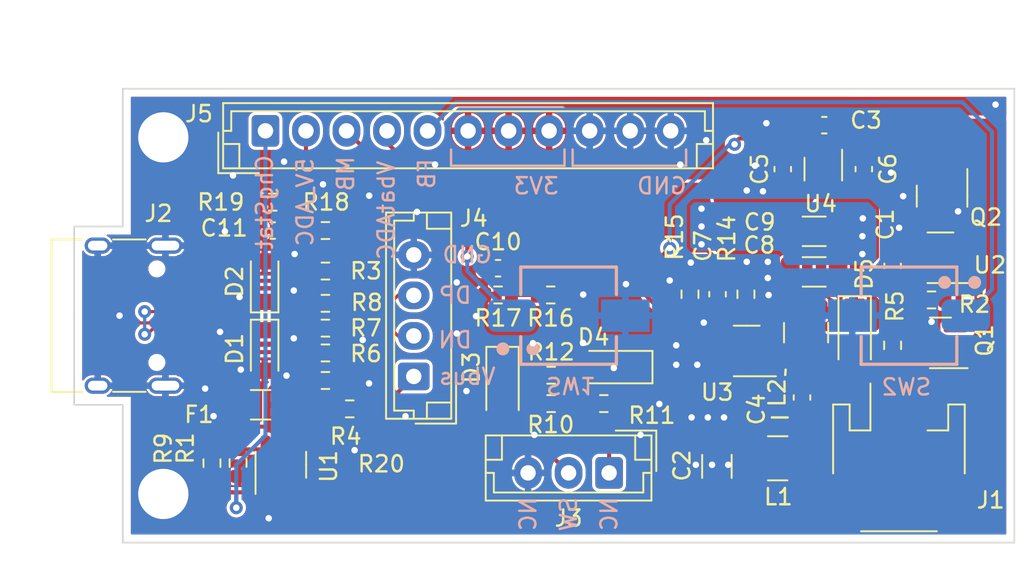
<source format=kicad_pcb>
(kicad_pcb (version 20211014) (generator pcbnew)
  (layers (0 "F.Cu" signal) (31 "B.Cu" signal) (34 "B.Paste" user) (35 "F.Paste" user) (36 "B.SilkS" user "B.Silkscreen") (37 "F.SilkS" user "F.Silkscreen") (38 "B.Mask" user) (39 "F.Mask" user) (44 "Edge.Cuts" user))
  (net 0 "")
  (net 1 "Net-(C1-Pad1)")
  (net 2 "GND")
  (net 3 "/VBat+")
  (net 4 "/U3_SW")
  (net 5 "/U3_L2")
  (net 6 "Net-(C5-Pad1)")
  (net 7 "/3V3_Vcc")
  (net 8 "/VBat+_ADC")
  (net 9 "+5V")
  (net 10 "Net-(F1-Pad2)")
  (net 11 "/SwitchEn")
  (net 12 "/ModButton")
  (net 13 "/FunctionButton")
  (net 14 "Net-(Q1-Pad1)")
  (net 15 "/VBat-")
  (net 16 "Net-(R1-Pad2)")
  (net 17 "Net-(J2-PadA5)")
  (net 18 "Net-(J2-PadB5)")
  (net 19 "Net-(D3-Pad1)")
  (net 20 "Net-(D4-Pad1)")
  (net 23 "/+5V_ADC")
  (net 24 "/ChgStat")
  (net 25 "/C_D-")
  (net 26 "/C_D+")
  (net 27 "/D-")
  (net 28 "/D+")
  (net 29 "/NC")
  (net 30 "Net-(J4-Pad1)")
  (net 31 "/U3_FB")
  (net 33 "/U2_OD")
  (net 34 "/U2_OC")
  (net 35 "/U2_CS")
  (footprint "Resistor_SMD:R_0603_1608Metric" (layer "F.Cu") (at 81.75 93 180)
    (fp_text reference "R19")
    (fp_text value "100k")
  )
  (footprint "Resistor_SMD:R_0603_1608Metric" (layer "F.Cu") (at 85 100.77 180)
    (fp_text reference "R7")
    (fp_text value "75R")
  )
  (footprint "Connector_USB:USB_C_Receptacle_HRO_TYPE-C-31-M-12" (layer "F.Cu") (at 72 100 -90)
    (fp_text reference "J2")
    (fp_text value "USB_C_Receptacle_USB2.0")
  )
  (footprint "Resistor_SMD:R_0603_1608Metric" (layer "F.Cu") (at 79.61 109.09 90)
    (fp_text reference "R1")
    (fp_text value "3k")
  )
  (footprint "Inductor_SMD:L_1210_3225Metric" (layer "F.Cu") (at 114.65 101.05 -90)
    (fp_text reference "L2")
    (fp_text value "6.8uH")
  )
  (footprint "Connector_JST:JST_EH_B3B-EH-A_1x03_P2.50mm_Vertical" (layer "F.Cu") (at 102.5 109.7 180)
    (fp_text reference "J3")
    (fp_text value "Conn_01x03")
  )
  (footprint "Resistor_SMD:R_0603_1608Metric" (layer "F.Cu") (at 95.65 98.725 180)
    (fp_text reference "R17")
    (fp_text value "100k")
  )
  (footprint "Resistor_SMD:R_0603_1608Metric" (layer "F.Cu") (at 98.925 105.425)
    (fp_text reference "R10")
    (fp_text value "10k")
  )
  (footprint "Resistor_SMD:R_0603_1608Metric" (layer "F.Cu") (at 78 109.1 90)
    (fp_text reference "R9")
    (fp_text value "10k")
  )
  (footprint "Diode_SMD:D_SOD-123" (layer "F.Cu") (at 117.65 101.05 -90)
    (fp_text reference "D5")
    (fp_text value "D_Schottky")
  )
  (footprint "Diode_SMD:D_SOD-123" (layer "F.Cu") (at 102.925 103.175 180)
    (fp_text reference "D4")
    (fp_text value "D_Schottky")
  )
  (footprint "Resistor_SMD:R_0603_1608Metric" (layer "F.Cu") (at 85 104 180)
    (fp_text reference "R4")
    (fp_text value "5.1k")
  )
  (footprint "Resistor_SMD:R_0603_1608Metric" (layer "F.Cu") (at 107.49 98.68 -90)
    (fp_text reference "R15")
    (fp_text value "10k")
  )
  (footprint "Capacitor_SMD:C_0603_1608Metric" (layer "F.Cu") (at 115.775 88.25 180)
    (fp_text reference "C3")
    (fp_text value "1uF")
  )
  (footprint "Resistor_SMD:R_0603_1608Metric" (layer "F.Cu") (at 85 94.75 180)
    (fp_text reference "R18")
    (fp_text value "470k")
  )
  (footprint "Package_TO_SOT_SMD:SOT-23-5" (layer "F.Cu") (at 110.99 102.18 180)
    (fp_text reference "U3")
    (fp_text value "LMR62421XMF")
  )
  (footprint "Resistor_SMD:R_0603_1608Metric" (layer "F.Cu") (at 85 102.3)
    (fp_text reference "R6")
    (fp_text value "1.5k")
  )
  (footprint "Package_TO_SOT_SMD:SOT-23-5" (layer "F.Cu") (at 82.25 109.2 90)
    (fp_text reference "U1")
    (fp_text value "MCP73831-5-OT")
  )
  (footprint "Capacitor_SMD:C_0603_1608Metric" (layer "F.Cu") (at 95.65 97.075 180)
    (fp_text reference "C10")
    (fp_text value "33pF")
  )
  (footprint "Resistor_SMD:R_0603_1608Metric" (layer "F.Cu") (at 86.5 105.75 180)
    (fp_text reference "R20")
    (fp_text value "10k")
  )
  (footprint "Package_TO_SOT_SMD:SOT-23" (layer "F.Cu") (at 122.94 101.68 180)
    (fp_text reference "Q1")
    (fp_text value "Q_NMOS_GSD")
  )
  (footprint "Package_TO_SOT_SMD:SOT-23-6" (layer "F.Cu") (at 122.94 96.43 180)
    (fp_text reference "U2")
    (fp_text value "DW01")
  )
  (footprint "Connector_JST:JST_EH_B4B-EH-A_1x04_P2.50mm_Vertical" (layer "F.Cu") (at 90.45 103.75 90)
    (fp_text reference "J4")
    (fp_text value "Conn_01x04")
  )
  (footprint "Capacitor_SMD:C_1206_3216Metric" (layer "F.Cu") (at 115.15 94.8)
    (fp_text reference "C9")
    (fp_text value "47uF")
  )
  (footprint "Capacitor_SMD:C_0603_1608Metric" (layer "F.Cu") (at 113.2125 90.9625 90)
    (fp_text reference "C5")
    (fp_text value "10nF")
  )
  (footprint "Resistor_SMD:R_0603_1608Metric" (layer "F.Cu") (at 102.175 105.425 180)
    (fp_text reference "R11")
    (fp_text value "10k")
  )
  (footprint "Capacitor_SMD:C_1206_3216Metric" (layer "F.Cu") (at 115.15 97.3)
    (fp_text reference "C8")
    (fp_text value "47uF")
  )
  (footprint "Resistor_SMD:R_0603_1608Metric" (layer "F.Cu") (at 85 99.24 180)
    (fp_text reference "R8")
    (fp_text value "75R")
  )
  (footprint "Package_TO_SOT_SMD:SOT-353_SC-70-5" (layer "F.Cu") (at 115.7125 90.9625 -90)
    (fp_text reference "U4")
    (fp_text value "LDK130-33_SOT23_SOT353")
  )
  (footprint "Capacitor_SMD:C_0603_1608Metric" (layer "F.Cu") (at 114.4 105.05 90)
    (fp_text reference "C4")
    (fp_text value "10uF")
  )
  (footprint "Capacitor_SMD:C_0603_1608Metric" (layer "F.Cu") (at 109.19 98.68 -90)
    (fp_text reference "C7")
    (fp_text value "33pF")
  )
  (footprint "Capacitor_SMD:C_0603_1608Metric" (layer "F.Cu") (at 81.75 94.75 180)
    (fp_text reference "C11")
    (fp_text value "33pF")
  )
  (footprint "Capacitor_SMD:C_0603_1608Metric" (layer "F.Cu") (at 119.99 96.93 -90)
    (fp_text reference "C1")
    (fp_text value "100nF")
  )
  (footprint "Capacitor_SMD:C_0603_1608Metric" (layer "F.Cu") (at 118.2125 90.9625 90)
    (fp_text reference "C6")
    (fp_text value "1uF")
  )
  (footprint "Diode_SMD:D_SOD-123" (layer "F.Cu") (at 95.925 104.175 -90)
    (fp_text reference "D3")
    (fp_text value "D_Schottky")
  )
  (footprint "Resistor_SMD:R_0603_1608Metric" (layer "F.Cu") (at 119.99 101.83 -90)
    (fp_text reference "R5")
    (fp_text value "330R")
  )
  (footprint "Capacitor_SMD:C_1206_3216Metric" (layer "F.Cu") (at 109.15 109.3 -90)
    (fp_text reference "C2")
    (fp_text value "47uF")
  )
  (footprint "Resistor_SMD:R_0603_1608Metric" (layer "F.Cu") (at 98.925 103.675)
    (fp_text reference "R12")
    (fp_text value "10k")
  )
  (footprint "Resistor_SMD:R_0603_1608Metric" (layer "F.Cu") (at 122.39 99.03 180)
    (fp_text reference "R2")
    (fp_text value "1k")
  )
  (footprint "Fuse:Fuse_1206_3216Metric" (layer "F.Cu") (at 81 105.5 180)
    (fp_text reference "F1")
    (fp_text value "500mA")
  )
  (footprint "Resistor_SMD:R_0603_1608Metric" (layer "F.Cu") (at 85 97.25 180)
    (fp_text reference "R3")
    (fp_text value "5.1k")
  )
  (footprint "Resistor_SMD:R_0603_1608Metric" (layer "F.Cu") (at 110.94 98.68 -90)
    (fp_text reference "R14")
    (fp_text value "16k")
  )
  (footprint "Connector_JST:JST_PH_S2B-PH-SM4-TB_1x02-1MP_P2.00mm_Horizontal" (layer "F.Cu") (at 120.38 108.790303)
    (fp_text reference "J1")
    (fp_text value "Conn_01x02_Female")
  )
  (footprint "Diode_SMD:D_SOD-323_HandSoldering" (layer "F.Cu") (at 81.25 102.15 -90)
    (fp_text reference "D1")
    (fp_text value "3.6v")
  )
  (footprint "Package_TO_SOT_SMD:SOT-23" (layer "F.Cu") (at 123.04 92.63 -90)
    (fp_text reference "Q2")
    (fp_text value "Q_NMOS_GSD")
  )
  (footprint "Inductor_SMD:L_1210_3225Metric" (layer "F.Cu") (at 112.9 108.8)
    (fp_text reference "L1")
    (fp_text value "6.8uH")
  )
  (footprint "Connector_JST:JST_EH_B11B-EH-A_1x11_P2.50mm_Vertical" (layer "F.Cu") (at 81.3 88.6)
    (fp_text reference "J5")
    (fp_text value "Conn_01x11")
  )
  (footprint "Diode_SMD:D_SOD-323_HandSoldering" (layer "F.Cu") (at 81.25 97.9 90)
    (fp_text reference "D2")
    (fp_text value "3.6v")
  )
  (footprint "Resistor_SMD:R_0603_1608Metric" (layer "F.Cu") (at 98.9 98.725 180)
    (fp_text reference "R16")
    (fp_text value "470k")
  )
  (footprint "TheKNOBFootprintLibrary:ALPS_SKPM" (layer "B.Cu") (at 100 100)
    (fp_text reference "SW1")
    (fp_text value "SW_Push")
  )
  (footprint "TheKNOBFootprintLibrary:ALPS_SKPM" (layer "B.Cu") (at 121 100 180)
    (fp_text reference "SW2")
    (fp_text value "SW_Push")
  )
  (gr_line (start 92.75 89.75) (end 92.75 90.75) (layer "B.SilkS") (width 0.15))
  (gr_line (start 100.25 90.75) (end 107.25 90.75) (layer "B.SilkS") (width 0.15))
  (gr_line (start 92.75 90.75) (end 99.75 90.75) (layer "B.SilkS") (width 0.15))
  (gr_line (start 100.25 89.75) (end 100.25 90.75) (layer "B.SilkS") (width 0.15))
  (gr_line (start 107.25 90.75) (end 107.25 89.75) (layer "B.SilkS") (width 0.15))
  (gr_line (start 99.75 90.75) (end 99.75 89.75) (layer "B.SilkS") (width 0.15))
  (gr_line (start 113.515 106.28) (end 112.54 106.28) (layer "F.SilkS") (width 0.15))
  (gr_line (start 113.39 103.33) (end 113.365 103.655) (layer "F.SilkS") (width 0.15))
  (gr_line (start 69.5 105.5) (end 69.5 100) (layer "Edge.Cuts") (width 0.1))
  (gr_line (start 72.5 94.5) (end 72.5 86) (layer "Edge.Cuts") (width 0.1))
  (gr_line (start 72.5 114) (end 72.5 105.5) (layer "Edge.Cuts") (width 0.1))
  (gr_line (start 69.5 94.5) (end 72.5 94.5) (layer "Edge.Cuts") (width 0.1))
  (gr_line (start 127.5 86) (end 127.5 114) (layer "Edge.Cuts") (width 0.1))
  (gr_line (start 127.5 114) (end 72.5 114) (layer "Edge.Cuts") (width 0.1))
  (gr_line (start 72.5 105.5) (end 69.5 105.5) (layer "Edge.Cuts") (width 0.1))
  (gr_line (start 72.5 86) (end 127.5 86) (layer "Edge.Cuts") (width 0.1))
  (gr_line (start 69.5 100) (end 69.5 94.5) (layer "Edge.Cuts") (width 0.1))
  (gr_text "VbatADC" (at 88.75 93.5 90) (layer "B.SilkS") (effects (font (size 1 1)) (justify mirror)))
  (gr_text "GND" (at 105.75 92) (layer "B.SilkS") (effects (font (size 1 1)) (justify mirror)))
  (gr_text "Vbus" (at 93.75 103.75) (layer "B.SilkS") (effects (font (size 1 1)) (justify mirror)))
  (gr_text "NC" (at 97.5 112.25 90) (layer "B.SilkS") (effects (font (size 1 1)) (justify mirror)))
  (gr_text "GND" (at 93.75 96.25) (layer "B.SilkS") (effects (font (size 1 1)) (justify mirror)))
  (gr_text "DN" (at 93 101.5) (layer "B.SilkS") (effects (font (size 1 1)) (justify mirror)))
  (gr_text "MB" (at 86.25 91.25 90) (layer "B.SilkS") (effects (font (size 1 1)) (justify mirror)))
  (gr_text "5V_ADC" (at 83.75 93 90) (layer "B.SilkS") (effects (font (size 1 1)) (justify mirror)))
  (gr_text "SW" (at 100 112.25 90) (layer "B.SilkS") (effects (font (size 1 1)) (justify mirror)))
  (gr_text "ChgStat" (at 81.25 93 90) (layer "B.SilkS") (effects (font (size 1 1)) (justify mirror)))
  (gr_text "NC" (at 102.5 112.25 90) (layer "B.SilkS") (effects (font (size 1 1)) (justify mirror)))
  (gr_text "FB" (at 91.25 91.25 90) (layer "B.SilkS") (effects (font (size 1 1)) (justify mirror)))
  (gr_text "3V3" (at 98 92) (layer "B.SilkS") (effects (font (size 1 1)) (justify mirror)))
  (gr_text "DP" (at 93 98.75) (layer "B.SilkS") (effects (font (size 1 1)) (justify mirror)))
  (segment (start 119.11548 98.40548) (end 119.11548 97.02952) (width 0.4) (layer "F.Cu") (net 1))
  (segment (start 120.265 96.43) (end 119.99 96.155) (width 0.4) (layer "F.Cu") (net 1))
  (segment (start 121.8025 96.43) (end 120.265 96.43) (width 0.4) (layer "F.Cu") (net 1))
  (segment (start 119.99 101.005) (end 119.99 99.28) (width 0.4) (layer "F.Cu") (net 1))
  (segment (start 119.11548 97.02952) (end 119.99 96.155) (width 0.4) (layer "F.Cu") (net 1))
  (segment (start 119.99 99.28) (end 119.11548 98.40548) (width 0.4) (layer "F.Cu") (net 1))
  (segment (start 115.7125 90.0125) (end 115.7125 91.0625) (width 0.25) (layer "F.Cu") (net 2))
  (segment (start 94.825 97.125) (end 94.875 97.075) (width 0.25) (layer "F.Cu") (net 2))
  (segment (start 114.2125 91.0625) (end 116.5275 91.0625) (width 0.25) (layer "F.Cu") (net 2))
  (segment (start 121.565 99.03) (end 121.565 99.555) (width 0.25) (layer "F.Cu") (net 2))
  (segment (start 94.825 98.725) (end 94.825 97.125) (width 0.25) (layer "F.Cu") (net 2))
  (segment (start 113.2125 90.1875) (end 113.3375 90.1875) (width 0.25) (layer "F.Cu") (net 2))
  (segment (start 117.4025 90.1875) (end 118.2125 90.1875) (width 0.25) (layer "F.Cu") (net 2))
  (segment (start 123.04 93.5675) (end 124.0275 93.5675) (width 0.25) (layer "F.Cu") (net 2))
  (segment (start 81.15 96.75) (end 81.25 96.65) (width 0.25) (layer "F.Cu") (net 2))
  (segment (start 121.565 99.555) (end 122.39 100.38) (width 0.25) (layer "F.Cu") (net 2))
  (segment (start 116.5275 91.0625) (end 117.4025 90.1875) (width 0.25) (layer "F.Cu") (net 2))
  (segment (start 113.3375 90.1875) (end 114.2125 91.0625) (width 0.25) (layer "F.Cu") (net 2))
  (segment (start 76.045 96.75) (end 81.15 96.75) (width 0.25) (layer "F.Cu") (net 2))
  (via (at 78.5 101) (size 0.8) (drill 0.4) (layers "F.Cu" "B.Cu") (net 2))
  (via (at 112.29 96.68) (size 0.8) (drill 0.4) (layers "F.Cu" "B.Cu") (net 2))
  (via (at 72.3 100) (size 0.8) (drill 0.4) (layers "F.Cu" "B.Cu") (net 2))
  (via (at 109.85 109.2) (size 0.8) (drill 0.4) (layers "F.Cu" "B.Cu") (net 2))
  (via (at 122.39 100.38) (size 0.8) (drill 0.4) (layers "F.Cu" "B.Cu") (net 2))
  (via (at 93.7 104.65) (size 0.8) (drill 0.4) (layers "F.Cu" "B.Cu") (net 2))
  (via (at 79.7 98.85) (size 0.8) (drill 0.4) (layers "F.Cu" "B.Cu") (net 2))
  (via (at 90.65 93.6) (size 0.8) (drill 0.4) (layers "F.Cu" "B.Cu") (net 2))
  (via (at 100.9 98.7) (size 0.8) (drill 0.4) (layers "F.Cu" "B.Cu") (net 2))
  (via (at 79.78 103.33) (size 0.8) (drill 0.4) (layers "F.Cu" "B.Cu") (net 2))
  (via (at 106.64 103.03) (size 0.8) (drill 0.4) (layers "F.Cu" "B.Cu") (net 2))
  (via (at 126.34 86.98) (size 0.8) (drill 0.4) (layers "F.Cu" "B.Cu") (net 2))
  (via (at 78.8 94.8) (size 0.8) (drill 0.4) (layers "F.Cu" "B.Cu") (net 2))
  (via (at 108.49 89.18) (size 0.8) (drill 0.4) (layers "F.Cu" "B.Cu") (net 2))
  (via (at 124.0275 93.5675) (size 0.8) (drill 0.4) (layers "F.Cu" "B.Cu") (net 2))
  (via (at 93.1 101.1) (size 0.8) (drill 0.4) (layers "F.Cu" "B.Cu") (net 2))
  (via (at 106.64 101.83) (size 0.8) (drill 0.4) (layers "F.Cu" "B.Cu") (net 2))
  (via (at 77.58 104.5) (size 0.8) (drill 0.4) (layers "F.Cu" "B.Cu") (net 2))
  (via (at 84.85 91.9) (size 0.8) (drill 0.4) (layers "F.Cu" "B.Cu") (net 2))
  (via (at 120.39 94.58) (size 0.8) (drill 0.4) (layers "F.Cu" "B.Cu") (net 2))
  (via (at 109.59 106.28) (size 0.8) (drill 0.4) (layers "F.Cu" "B.Cu") (net 2))
  (via (at 87.3 101.5) (size 0.8) (drill 0.4) (layers "F.Cu" "B.Cu") (net 2))
  (via (at 107.54 96.73) (size 0.8) (drill 0.4) (layers "F.Cu" "B.Cu") (net 2))
  (via (at 112.29 97.68) (size 0.8) (drill 0.4) (layers "F.Cu" "B.Cu") (net 2))
  (via (at 91.765 90.68) (size 0.8) (drill 0.4) (layers "F.Cu" "B.Cu") (net 2))
  (via (at 111.99 92.33) (size 0.8) (drill 0.4) (layers "F.Cu" "B.Cu") (net 2))
  (via (at 87.7 92.6) (size 0.8) (drill 0.4) (layers "F.Cu" "B.Cu") (net 2))
  (via (at 93.1 97.95) (size 0.8) (drill 0.4) (layers "F.Cu" "B.Cu") (net 2))
  (via (at 79.3 91.35) (size 0.8) (drill 0.4) (layers "F.Cu" "B.Cu") (net 2))
  (via (at 87.69 104.18) (size 0.8) (drill 0.4) (layers "F.Cu" "B.Cu") (net 2))
  (via (at 112.2 88.13) (size 0.8) (drill 0.4) (layers "F.Cu" "B.Cu") (net 2))
  (via (at 100.89 101.68) (size 0.8) (drill 0.4) (layers "F.Cu" "B.Cu") (net 2))
  (via (at 75 89) (size 3.7) (drill 3.1) (layers "F.Cu" "B.Cu") (net 2))
  (via (at 110.99 96.68) (size 0.8) (drill 0.4) (layers "F.Cu" "B.Cu") (net 2))
  (via (at 97.89 107.355) (size 0.8) (drill 0.4) (layers "F.Cu" "B.Cu") (net 2))
  (via (at 83.1 96.2) (size 0.8) (drill 0.4) (layers "F.Cu" "B.Cu") (net 2))
  (via (at 86.8 108.3) (size 0.8) (drill 0.4) (layers "F.Cu" "B.Cu") (net 2))
  (via (at 103.54 98.055) (size 0.8) (drill 0.4) (layers "F.Cu" "B.Cu") (net 2))
  (via (at 112.34 98.73) (size 0.8) (drill 0.4) (layers "F.Cu" "B.Cu") (net 2))
  (via (at 108.59 106.28) (size 0.8) (drill 0.4) (layers "F.Cu" "B.Cu") (net 2))
  (via (at 111.5 90.75) (size 0.8) (drill 0.4) (layers "F.Cu" "B.Cu") (net 2))
  (via (at 75 111) (size 3.7) (drill 3.1) (layers "F.Cu" "B.Cu") (net 2))
  (via (at 94.29 100.03) (size 0.8) (drill 0.4) (layers "F.Cu" "B.Cu") (net 2))
  (via (at 108.85 109.2) (size 0.8) (drill 0.4) (layers "F.Cu" "B.Cu") (net 2))
  (via (at 107.94 103.03) (size 0.8) (drill 0.4) (layers "F.Cu" "B.Cu") (net 2))
  (via (at 108.34 100.43) (size 0.8) (drill 0.4) (layers "F.Cu" "B.Cu") (net 2))
  (via (at 106.24 97.83) (size 0.8) (drill 0.4) (layers "F.Cu" "B.Cu") (net 2))
  (via (at 89.94 106.205) (size 0.8) (drill 0.4) (layers "F.Cu" "B.Cu") (net 2))
  (via (at 82.45 90.5) (size 0.8) (drill 0.4) (layers "F.Cu" "B.Cu") (net 2))
  (via (at 110.99 92.28) (size 0.8) (drill 0.4) (layers "F.Cu" "B.Cu") (net 2))
  (via (at 119.89 91.18) (size 0.8) (drill 0.4) (layers "F.Cu" "B.Cu") (net 2))
  (via (at 83.05 101.4) (size 0.8) (drill 0.4) (layers "F.Cu" "B.Cu") (net 2))
  (via (at 106.89 90.68) (size 0.8) (drill 0.4) (layers "F.Cu" "B.Cu") (net 2))
  (via (at 83.05 98.45) (size 0.8) (drill 0.4) (layers "F.Cu" "B.Cu") (net 2))
  (via (at 102.79 103.23) (size 0.8) (drill 0.4) (layers "F.Cu" "B.Cu") (net 2))
  (via (at 82.6 103.7) (size 0.8) (drill 0.4) (layers "F.Cu" "B.Cu") (net 2))
  (via (at 120.64 92.63) (size 0.8) (drill 0.4) (layers "F.Cu" "B.Cu") (net 2))
  (via (at 81.5 112.5) (size 0.8) (drill 0.4) (layers "F.Cu" "B.Cu") (net 2))
  (via (at 97.8 101.7) (size 0.8) (drill 0.4) (layers "F.Cu" "B.Cu") (net 2))
  (via (at 105.6 105.45) (size 0.8) (drill 0.4) (layers "F.Cu" "B.Cu") (net 2))
  (via (at 107.85 109.2) (size 0.8) (drill 0.4) (layers "F.Cu" "B.Cu") (net 2))
  (via (at 107.59 106.28) (size 0.8) (drill 0.4) (layers "F.Cu" "B.Cu") (net 2))
  (via (at 104.44 107.355) (size 0.8) (drill 0.4) (layers "F.Cu" "B.Cu") (net 2))
  (via (at 78.1 106.2) (size 0.8) (drill 0.4) (layers "F.Cu" "B.Cu") (net 2))
  (segment (start 99.725 98.725) (end 99.725 99.545) (width 0.2) (layer "F.Cu") (net 3))
  (segment (start 100.775 103.675) (end 101.275 103.175) (width 0.25) (layer "F.Cu") (net 3))
  (segment (start 101.275 103.175) (end 102.1 104) (width 0.25) (layer "F.Cu") (net 3))
  (segment (start 119.38 103.265) (end 119.99 102.655) (width 0.4) (layer "F.Cu") (net 3))
  (segment (start 102.1 104) (end 102.1 106.7) (width 0.25) (layer "F.Cu") (net 3))
  (segment (start 99.75 103.675) (end 100.775 103.675) (width 0.25) (layer "F.Cu") (net 3))
  (segment (start 101.275 103.175) (end 101.275 103.065) (width 0.2) (layer "F.Cu") (net 3))
  (segment (start 102.1 106.7) (end 104.1 108.7) (width 0.25) (layer "F.Cu") (net 3))
  (segment (start 104.1 108.7) (end 104.1 110.7) (width 0.25) (layer "F.Cu") (net 3))
  (segment (start 99.75 103.675) (end 99.75 99.57) (width 0.25) (layer "F.Cu") (net 3))
  (segment (start 119.38 105.940303) (end 119.38 103.265) (width 0.4) (layer "F.Cu") (net 3))
  (segment (start 113.4875 91.9125) (end 115.0625 91.9125) (width 0.25) (layer "F.Cu") (net 6))
  (segment (start 113.2125 91.7375) (end 113.4375 91.9625) (width 0.25) (layer "F.Cu") (net 6))
  (segment (start 113.4375 91.9625) (end 113.4875 91.9125) (width 0.25) (layer "F.Cu") (net 6))
  (segment (start 116.3625 91.9125) (end 118.0375 91.9125) (width 0.5) (layer "F.Cu") (net 7))
  (segment (start 109.19 97.905) (end 109.19 96.59) (width 0.25) (layer "F.Cu") (net 7))
  (segment (start 108.15 95.65) (end 108.2 95.6) (width 0.25) (layer "F.Cu") (net 7))
  (segment (start 110.89 97.905) (end 110.94 97.855) (width 0.25) (layer "F.Cu") (net 7))
  (segment (start 109.19 96.59) (end 108.2 95.6) (width 0.25) (layer "F.Cu") (net 7))
  (segment (start 109.19 97.905) (end 110.89 97.905) (width 0.25) (layer "F.Cu") (net 7))
  (segment (start 118.0375 91.9125) (end 118.2125 91.7375) (width 0.5) (layer "F.Cu") (net 7))
  (via (at 118.15 94) (size 0.8) (drill 0.4) (layers "F.Cu" "B.Cu") (net 7))
  (via (at 118.125 95.1) (size 0.8) (drill 0.4) (layers "F.Cu" "B.Cu") (net 7))
  (via (at 108.2 93.4) (size 0.8) (drill 0.4) (layers "F.Cu" "B.Cu") (net 7))
  (via (at 108.2 94.5) (size 0.8) (drill 0.4) (layers "F.Cu" "B.Cu") (net 7))
  (via (at 108.2 95.6) (size 0.8) (drill 0.4) (layers "F.Cu" "B.Cu") (net 7))
  (via (at 118.125 96.2) (size 0.8) (drill 0.4) (layers "F.Cu" "B.Cu") (net 7))
  (segment (start 96.425 96.960718) (end 96.425 97.075) (width 0.25) (layer "F.Cu") (net 8))
  (segment (start 96.475 97.125) (end 96.425 97.075) (width 0.25) (layer "F.Cu") (net 8))
  (segment (start 98.075 98.725) (end 96.475 98.725) (width 0.25) (layer "F.Cu") (net 8))
  (segment (start 96.475 98.725) (end 96.475 97.125) (width 0.25) (layer "F.Cu") (net 8))
  (segment (start 88.8 88.6) (end 88.8 89.335718) (width 0.25) (layer "F.Cu") (net 8))
  (segment (start 88.8 89.335718) (end 96.425 96.960718) (width 0.25) (layer "F.Cu") (net 8))
  (segment (start 83.2 108) (end 82.05 106.85) (width 0.25) (layer "F.Cu") (net 9))
  (segment (start 94.875 105.825) (end 93.7 107) (width 0.25) (layer "F.Cu") (net 9))
  (segment (start 85.825 102.25) (end 85.825 104) (width 0.35) (layer "F.Cu") (net 9))
  (segment (start 85.825 97.25) (end 85.825 94.75) (width 0.35) (layer "F.Cu") (net 9))
  (segment (start 85.675 105.75) (end 85.675 106.175) (width 0.25) (layer "F.Cu") (net 9))
  (segment (start 85.825 104) (end 85.825 105.025) (width 0.35) (layer "F.Cu") (net 9))
  (segment (start 86.5 107) (end 93.7 107) (width 0.25) (layer "F.Cu") (net 9))
  (segment (start 85.825 102.25) (end 85 101.425) (width 0.35) (layer "F.Cu") (net 9))
  (segment (start 78.3125 108.0625) (end 78.1 108.275) (width 0.25) (layer "F.Cu") (net 9))
  (segment (start 85 98.075) (end 85.825 97.25) (width 0.35) (layer "F.Cu") (net 9))
  (segment (start 82.05 106.85) (end 79.425 106.85) (width 0.25) (layer "F.Cu") (net 9))
  (segment (start 79.425 106.85) (end 78 108.275) (width 0.25) (layer "F.Cu") (net 9))
  (segment (start 95.925 105.825) (end 94.875 105.825) (width 0.25) (layer "F.Cu") (net 9))
  (segment (start 85 101.425) (end 85 98.075) (width 0.35) (layer "F.Cu") (net 9))
  (segment (start 85.825 105.025) (end 85.35 105.5) (width 0.35) (layer "F.Cu") (net 9))
  (segment (start 85.35 105.5) (end 82.4 105.5) (width 0.35) (layer "F.Cu") (net 9))
  (segment (start 85.675 106.175) (end 86.5 107) (width 0.25) (layer "F.Cu") (net 9))
  (segment (start 83.2 108.0625) (end 83.2 108) (width 0.25) (layer "F.Cu") (net 9))
  (segment (start 79.6 104.74) (end 79.6 105.5) (width 0.35) (layer "F.Cu") (net 10))
  (segment (start 71.4 98.2) (end 71.7 97.9) (width 0.35) (layer "F.Cu") (net 10))
  (segment (start 74.8 102.1) (end 71.9 102.1) (width 0.35) (layer "F.Cu") (net 10))
  (segment (start 76.045 102.45) (end 75.15 102.45) (width 0.35) (layer "F.Cu") (net 10))
  (segment (start 79.6 105.5) (end 79.45 105.5) (width 0.35) (layer "F.Cu") (net 10))
  (segment (start 77.31 102.45) (end 79.6 104.74) (width 0.35) (layer "F.Cu") (net 10))
  (segment (start 74.945489 97.725489) (end 75.17 97.725489) (width 0.35) (layer "F.Cu") (net 10))
  (segment (start 79.45 105.5) (end 79.35 105.4) (width 0.35) (layer "F.Cu") (net 10))
  (segment (start 75.15 102.45) (end 74.8 102.1) (width 0.35) (layer "F.Cu") (net 10))
  (segment (start 75.345489 97.55) (end 76.045 97.55) (width 0.35) (layer "F.Cu") (net 10))
  (segment (start 71.7 97.9) (end 74.945489 97.9) (width 0.35) (layer "F.Cu") (net 10))
  (segment (start 71.9 102.1) (end 71.4 101.6) (width 0.35) (layer "F.Cu") (net 10))
  (segment (start 75.17 97.725489) (end 75.345489 97.55) (width 0.35) (layer "F.Cu") (net 10))
  (segment (start 71.4 101.6) (end 71.4 98.2) (width 0.35) (layer "F.Cu") (net 10))
  (segment (start 74.945489 97.9) (end 74.945489 97.725489) (width 0.35) (layer "F.Cu") (net 10))
  (segment (start 76.045 102.45) (end 77.31 102.45) (width 0.35) (layer "F.Cu") (net 10))
  (segment (start 98.9 97.22) (end 98.9 108.6) (width 0.25) (layer "F.Cu") (net 11))
  (segment (start 113.8 89.075) (end 110.525 89.075) (width 0.25) (layer "F.Cu") (net 11))
  (segment (start 105.19 96.88) (end 104.795 97.275) (width 0.25) (layer "F.Cu") (net 11))
  (segment (start 109.8525 101.1425) (end 109.8525 101.23) (width 0.25) (layer "F.Cu") (net 11))
  (segment (start 114.125 89.075) (end 113.8 89.075) (width 0.25) (layer "F.Cu") (net 11))
  (segment (start 104.84 96.53) (end 105.19 96.88) (width 0.25) (layer "F.Cu") (net 11))
  (segment (start 98.9 108.6) (end 100 109.7) (width 0.25) (layer "F.Cu") (net 11))
  (segment (start 107.24 101.23) (end 109.8525 101.23) (width 0.25) (layer "F.Cu") (net 11))
  (segment (start 115.0625 90.0125) (end 114.125 89.075) (width 0.25) (layer "F.Cu") (net 11))
  (segment (start 106.24 95.83) (end 105.19 96.88) (width 0.25) (layer "F.Cu") (net 11))
  (segment (start 99.59 96.53) (end 104.84 96.53) (width 0.25) (layer "F.Cu") (net 11))
  (segment (start 104.795 98.785) (end 107.24 101.23) (width 0.25) (layer "F.Cu") (net 11))
  (segment (start 104.795 97.275) (end 104.795 98.785) (width 0.25) (layer "F.Cu") (net 11))
  (segment (start 106.24 95.83) (end 106.24 96.08) (width 0.25) (layer "F.Cu") (net 11))
  (segment (start 110.525 89.075) (end 110.15 89.45) (width 0.25) (layer "F.Cu") (net 11))
  (segment (start 99.59 96.53) (end 98.9 97.22) (width 0.25) (layer "F.Cu") (net 11))
  (via (at 106.24 95.83) (size 0.8) (drill 0.4) (layers "F.Cu" "B.Cu") (net 11))
  (via (at 110.24 89.43) (size 0.8) (drill 0.4) (layers "F.Cu" "B.Cu") (net 11))
  (segment (start 109.94 89.43) (end 110.24 89.43) (width 0.25) (layer "B.Cu") (net 11))
  (segment (start 106.24 95.83) (end 106.24 93.13) (width 0.25) (layer "B.Cu") (net 11))
  (segment (start 106.24 93.13) (end 109.94 89.43) (width 0.25) (layer "B.Cu") (net 11))
  (segment (start 88.3 90.6) (end 89.35 90.6) (width 0.25) (layer "F.Cu") (net 12))
  (segment (start 93.75 95) (end 93.75 96.35) (width 0.25) (layer "F.Cu") (net 12))
  (segment (start 86.3 89.4) (end 86.3 88.6) (width 0.25) (layer "F.Cu") (net 12))
  (segment (start 89.35 90.6) (end 93.75 95) (width 0.25) (layer "F.Cu") (net 12))
  (segment (start 86.3 88.6) (end 88.3 90.6) (width 0.25) (layer "F.Cu") (net 12))
  (via (at 93.75 96.35) (size 0.8) (drill 0.4) (layers "F.Cu" "B.Cu") (net 12))
  (segment (start 93.75 97.25) (end 96.5 100) (width 0.25) (layer "B.Cu") (net 12))
  (segment (start 93.75 96.35) (end 93.75 97.25) (width 0.25) (layer "B.Cu") (net 12))
  (segment (start 124.29 86.83) (end 93.07 86.83) (width 0.25) (layer "B.Cu") (net 13))
  (segment (start 124.5 100) (end 126.12 98.38) (width 0.25) (layer "B.Cu") (net 13))
  (segment (start 126.12 88.66) (end 124.29 86.83) (width 0.25) (layer "B.Cu") (net 13))
  (segment (start 126.12 98.38) (end 126.12 88.66) (width 0.25) (layer "B.Cu") (net 13))
  (segment (start 93.07 86.83) (end 91.3 88.6) (width 0.25) (layer "B.Cu") (net 13))
  (segment (start 125.29 92.9925) (end 123.99 91.6925) (width 0.5) (layer "F.Cu") (net 14))
  (segment (start 125.29 101.2175) (end 125.29 92.9925) (width 0.5) (layer "F.Cu") (net 14))
  (segment (start 123.8775 102.63) (end 125.29 101.2175) (width 0.5) (layer "F.Cu") (net 14))
  (segment (start 120.115 97.705) (end 120.44 97.38) (width 0.4) (layer "F.Cu") (net 15))
  (segment (start 120.64 99.83) (end 120.64 98.98) (width 0.4) (layer "F.Cu") (net 15))
  (segment (start 121.09 100.28) (end 120.64 99.83) (width 0.4) (layer "F.Cu") (net 15))
  (segment (start 121.38 102.3025) (end 122.0025 101.68) (width 0.5) (layer "F.Cu") (net 15))
  (segment (start 121.09 100.7675) (end 121.09 100.28) (width 0.4) (layer "F.Cu") (net 15))
  (segment (start 120.64 98.98) (end 119.99 98.33) (width 0.4) (layer "F.Cu") (net 15))
  (segment (start 121.38 105.940303) (end 121.38 102.3025) (width 0.5) (layer "F.Cu") (net 15))
  (segment (start 119.99 98.33) (end 119.99 97.705) (width 0.4) (layer "F.Cu") (net 15))
  (segment (start 120.44 97.38) (end 121.8025 97.38) (width 0.4) (layer "F.Cu") (net 15))
  (segment (start 119.99 97.705) (end 120.115 97.705) (width 0.4) (layer "F.Cu") (net 15))
  (segment (start 122.0025 101.68) (end 121.09 100.7675) (width 0.4) (layer "F.Cu") (net 15))
  (segment (start 81.3 108.0625) (end 81.1125 108.25) (width 0.25) (layer "F.Cu") (net 16))
  (segment (start 81.1125 108.25) (end 79.23125 108.25) (width 0.25) (layer "F.Cu") (net 16))
  (segment (start 82.65 97.25) (end 82.05 97.85) (width 0.25) (layer "F.Cu") (net 17))
  (segment (start 78.75 98.75) (end 76.045 98.75) (width 0.25) (layer "F.Cu") (net 17))
  (segment (start 84.175 97.25) (end 82.65 97.25) (width 0.25) (layer "F.Cu") (net 17))
  (segment (start 79.6 97.85) (end 78.75 98.75) (width 0.25) (layer "F.Cu") (net 17))
  (segment (start 82.05 97.85) (end 79.6 97.85) (width 0.25) (layer "F.Cu") (net 17))
  (segment (start 82.25 102.25) (end 84 104) (width 0.25) (layer "F.Cu") (net 18))
  (segment (start 76.045 101.75) (end 77.94 101.75) (width 0.25) (layer "F.Cu") (net 18))
  (segment (start 84 104) (end 84.175 104) (width 0.25) (layer "F.Cu") (net 18))
  (segment (start 77.94 101.75) (end 78.44 102.25) (width 0.25) (layer "F.Cu") (net 18))
  (segment (start 78.44 102.25) (end 82.25 102.25) (width 0.25) (layer "F.Cu") (net 18))
  (segment (start 97.075 103.675) (end 95.925 102.525) (width 0.25) (layer "F.Cu") (net 19))
  (segment (start 98.1 103.675) (end 98.1 105.425) (width 0.25) (layer "F.Cu") (net 19))
  (segment (start 98.1 103.675) (end 97.075 103.675) (width 0.25) (layer "F.Cu") (net 19))
  (segment (start 103 104.75) (end 104.575 103.175) (width 0.25) (layer "F.Cu") (net 20))
  (segment (start 103 105.425) (end 103 104.75) (width 0.25) (layer "F.Cu") (net 20))
  (segment (start 82.575 93) (end 82.575 91.575) (width 0.25) (layer "F.Cu") (net 23))
  (segment (start 83.8 88.6) (end 83.8 90.35) (width 0.25) (layer "F.Cu") (net 23))
  (segment (start 82.525 94.75) (end 82.525 93.05) (width 0.25) (layer "F.Cu") (net 23))
  (segment (start 82.525 93.05) (end 82.575 93) (width 0.25) (layer "F.Cu") (net 23))
  (segment (start 84.175 94.75) (end 82.525 94.75) (width 0.25) (layer "F.Cu") (net 23))
  (segment (start 83.8 90.35) (end 82.575 91.575) (width 0.25) (layer "F.Cu") (net 23))
  (segment (start 77.825 109.925) (end 78 109.925) (width 0.25) (layer "F.Cu") (net 24))
  (segment (start 78 110.6) (end 78 109.925) (width 0.25) (layer "F.Cu") (net 24))
  (segment (start 78.3 110.9) (end 78 110.6) (width 0.25) (layer "F.Cu") (net 24))
  (segment (start 80.7375 110.9) (end 81.3 110.3375) (width 0.25) (layer "F.Cu") (net 24))
  (segment (start 79.56 110.9) (end 78.675 110.9) (width 0.25) (layer "F.Cu") (net 24))
  (segment (start 79.5 111.85) (end 79.5 110.96) (width 0.25) (layer "F.Cu") (net 24))
  (segment (start 79.5 110.96) (end 79.56 110.9) (width 0.25) (layer "F.Cu") (net 24))
  (segment (start 79.56 110.9) (end 80.7375 110.9) (width 0.25) (layer "F.Cu") (net 24))
  (segment (start 79.3 110.9) (end 78.3 110.9) (width 0.25) (layer "F.Cu") (net 24))
  (via (at 79.5 111.85) (size 0.8) (drill 0.4) (layers "F.Cu" "B.Cu") (net 24))
  (segment (start 79.5 111.85) (end 79.5 109.2) (width 0.25) (layer "B.Cu") (net 24))
  (segment (start 81.3 107.4) (end 81.3 88.6) (width 0.25) (layer "B.Cu") (net 24))
  (segment (start 79.5 109.2) (end 81.3 107.4) (width 0.25) (layer "B.Cu") (net 24))
  (segment (start 81.25 100.9) (end 82.000001 100.9) (width 0.2) (layer "F.Cu") (net 25))
  (segment (start 77.157501 100.225) (end 79.3 100.25) (width 0.2) (layer "F.Cu") (net 25))
  (segment (start 84.175 100.75) (end 83.650001 100.225001) (width 0.2) (layer "F.Cu") (net 25))
  (segment (start 74.15 100.45) (end 73.560741 100.45) (width 0.2) (layer "F.Cu") (net 25))
  (segment (start 79.849999 100.25) (end 79.3 100.25) (width 0.2) (layer "F.Cu") (net 25))
  (segment (start 76.045 100.25) (end 74.35 100.25) (width 0.2) (layer "F.Cu") (net 25))
  (segment (start 77.132501 100.25) (end 77.157501 100.225) (width 0.2) (layer "F.Cu") (net 25))
  (segment (start 76.045 100.25) (end 77.132501 100.25) (width 0.2) (layer "F.Cu") (net 25))
  (segment (start 82.675 100.225001) (end 82.000001 100.9) (width 0.2) (layer "F.Cu") (net 25))
  (segment (start 73.560741 100.45) (end 73.150489 100.039748) (width 0.2) (layer "F.Cu") (net 25))
  (segment (start 74.400489 99.050489) (end 74.6 99.25) (width 0.2) (layer "F.Cu") (net 25))
  (segment (start 74.35 100.25) (end 74.15 100.45) (width 0.2) (layer "F.Cu") (net 25))
  (segment (start 84.175 102.25) (end 84.175 100.75) (width 0.2) (layer "F.Cu") (net 25))
  (segment (start 73.150489 99.349511) (end 73.449511 99.050489) (width 0.2) (layer "F.Cu") (net 25))
  (segment (start 83.650001 100.225001) (end 82.675 100.225001) (width 0.2) (layer "F.Cu") (net 25))
  (segment (start 73.150489 100.039748) (end 73.150489 99.349511) (width 0.2) (layer "F.Cu") (net 25))
  (segment (start 81.25 100.9) (end 80.499999 100.9) (width 0.2) (layer "F.Cu") (net 25))
  (segment (start 73.449511 99.050489) (end 74.400489 99.050489) (width 0.2) (layer "F.Cu") (net 25))
  (segment (start 80.499999 100.9) (end 79.849999 100.25) (width 0.2) (layer "F.Cu") (net 25))
  (segment (start 74.6 99.25) (end 76.045 99.25) (width 0.2) (layer "F.Cu") (net 25))
  (segment (start 79.849999 99.8) (end 79.3 99.8) (width 0.2) (layer "F.Cu") (net 26))
  (segment (start 82.625 99.774999) (end 82.000001 99.15) (width 0.2) (layer "F.Cu") (net 26))
  (segment (start 74.415006 100.75) (end 76.045 100.75) (width 0.2) (layer "F.Cu") (net 26))
  (segment (start 73.85 99.75) (end 76.045 99.75) (width 0.2) (layer "F.Cu") (net 26))
  (segment (start 74.015506 101.1495) (end 74.415006 100.75) (width 0.2) (layer "F.Cu") (net 26))
  (segment (start 81.25 99.15) (end 80.499999 99.15) (width 0.2) (layer "F.Cu") (net 26))
  (segment (start 84.175 99.25) (end 83.650001 99.774999) (width 0.2) (layer "F.Cu") (net 26))
  (segment (start 80.499999 99.15) (end 79.849999 99.8) (width 0.2) (layer "F.Cu") (net 26))
  (segment (start 76.045 99.75) (end 77.132501 99.75) (width 0.2) (layer "F.Cu") (net 26))
  (segment (start 77.157501 99.775) (end 79.3 99.8) (width 0.2) (layer "F.Cu") (net 26))
  (segment (start 77.132501 99.75) (end 77.157501 99.775) (width 0.2) (layer "F.Cu") (net 26))
  (segment (start 81.25 99.15) (end 82.000001 99.15) (width 0.2) (layer "F.Cu") (net 26))
  (segment (start 73.85 101.1495) (end 74.015506 101.1495) (width 0.2) (layer "F.Cu") (net 26))
  (segment (start 83.650001 99.774999) (end 82.625 99.774999) (width 0.2) (layer "F.Cu") (net 26))
  (via (at 73.85 99.75) (size 0.8) (drill 0.4) (layers "F.Cu" "B.Cu") (net 26))
  (via (at 73.85 101.1495) (size 0.8) (drill 0.4) (layers "F.Cu" "B.Cu") (net 26))
  (segment (start 73.85 101.1495) (end 73.85 99.75) (width 0.2) (layer "B.Cu") (net 26))
  (segment (start 85.825 100.75) (end 86.349999 100.225001) (width 0.2) (layer "F.Cu") (net 27))
  (segment (start 89.475 101.25) (end 88.45 100.225) (width 0.2) (layer "F.Cu") (net 27))
  (segment (start 90.45 101.25) (end 89.475 101.25) (width 0.2) (layer "F.Cu") (net 27))
  (segment (start 86.349999 100.225001) (end 88.093199 100.225001) (width 0.2) (layer "F.Cu") (net 27))
  (segment (start 88.45 100.225) (end 88.093199 100.225001) (width 0.2) (layer "F.Cu") (net 27))
  (segment (start 86.349999 99.774999) (end 87.906801 99.774999) (width 0.2) (layer "F.Cu") (net 28))
  (segment (start 88.45 99.775) (end 87.906801 99.774999) (width 0.2) (layer "F.Cu") (net 28))
  (segment (start 89.475 98.75) (end 88.45 99.775) (width 0.2) (layer "F.Cu") (net 28))
  (segment (start 90.45 98.75) (end 89.475 98.75) (width 0.2) (layer "F.Cu") (net 28))
  (segment (start 85.825 99.25) (end 86.349999 99.774999) (width 0.2) (layer "F.Cu") (net 28))
  (segment (start 102.5 109.7) (end 102.5 108.4) (width 0.25) (layer "F.Cu") (net 29))
  (segment (start 99.961 105.636) (end 99.75 105.425) (width 0.25) (layer "F.Cu") (net 29))
  (segment (start 102.5 108.4) (end 101.8 107.7) (width 0.25) (layer "F.Cu") (net 29))
  (segment (start 101 107.7) (end 100.525 107.225) (width 0.25) (layer "F.Cu") (net 29))
  (segment (start 101.8 107.7) (end 101 107.7) (width 0.25) (layer "F.Cu") (net 29))
  (segment (start 100.525 107.225) (end 100.525 105.425) (width 0.25) (layer "F.Cu") (net 29))
  (segment (start 101.35 105.425) (end 100.525 105.425) (width 0.25) (layer "F.Cu") (net 29))
  (segment (start 100.525 105.425) (end 99.75 105.425) (width 0.25) (layer "F.Cu") (net 29))
  (segment (start 88.45 105.75) (end 90.45 103.75) (width 0.25) (layer "F.Cu") (net 30))
  (segment (start 87.325 105.75) (end 88.45 105.75) (width 0.25) (layer "F.Cu") (net 30))
  (segment (start 112.1275 100.1925) (end 112.1275 101.23) (width 0.25) (layer "F.Cu") (net 31))
  (segment (start 107.49 99.505) (end 109.14 99.505) (width 0.25) (layer "F.Cu") (net 31))
  (segment (start 110.94 99.505) (end 111.44 99.505) (width 0.25) (layer "F.Cu") (net 31))
  (segment (start 110.94 99.505) (end 109.24 99.505) (width 0.25) (layer "F.Cu") (net 31))
  (segment (start 109.14 99.505) (end 109.19 99.455) (width 0.25) (layer "F.Cu") (net 31))
  (segment (start 111.44 99.505) (end 112.1275 100.1925) (width 0.25) (layer "F.Cu") (net 31))
  (segment (start 109.24 99.505) (end 109.19 99.455) (width 0.25) (layer "F.Cu") (net 31))
  (segment (start 124.0775 100.53) (end 124.0775 97.38) (width 0.4) (layer "F.Cu") (net 33))
  (segment (start 123.8775 100.73) (end 124.0775 100.53) (width 0.4) (layer "F.Cu") (net 33))
  (segment (start 122.09 94.154999) (end 123.415001 95.48) (width 0.4) (layer "F.Cu") (net 34))
  (segment (start 122.09 91.6925) (end 122.09 94.154999) (width 0.4) (layer "F.Cu") (net 34))
  (segment (start 123.415001 95.48) (end 124.0775 95.48) (width 0.4) (layer "F.Cu") (net 34))
  (segment (start 123.04 98.855) (end 123.04 97.079772) (width 0.25) (layer "F.Cu") (net 35))
  (segment (start 123.215 99.03) (end 123.04 98.855) (width 0.25) (layer "F.Cu") (net 35))
  (segment (start 123.689772 96.43) (end 124.0775 96.43) (width 0.25) (layer "F.Cu") (net 35))
  (segment (start 123.04 97.079772) (end 123.689772 96.43) (width 0.25) (layer "F.Cu") (net 35))
  (zone (net 2) (net_name "GND") (layer "F.Cu") (connect_pads (clearance 0.1)) (min_thickness 0.1) (fill yes (thermal_gap 0.15) (thermal_bridge_width 0.4))
    (polygon (pts (xy 127 113.5) (xy 73 113.5) (xy 73 105) (xy 70 105) (xy 70 95) (xy 73 95) (xy 73 86.5) (xy 127 86.5)))
  )
  (zone (net 3) (net_name "/VBat+") (layer "F.Cu") (priority 5) (connect_pads (clearance 0.2)) (min_thickness 0.1) (fill yes (thermal_gap 0.15) (thermal_bridge_width 0.4))
    (polygon (pts (xy 127 88) (xy 127 110.35) (xy 126.991426 113.505351) (xy 122.747118 113.471653) (xy 122.500916 113.502559) (xy 110.693105 113.364458) (xy 110.24 113.48) (xy 104.14 113.48) (xy 82.99 113.48) (xy 82.74 113.38) (xy 82.747519 109.39) (xy 83.097519 109.39) (xy 83.197519 109.4) (xy 96.197519 110.1) (xy 104.097519 110.1) (xy 107.397519 110.047619) (xy 107.6 109.8) (xy 110.347519 109.8) (xy 110.5 109.6) (xy 110.09 104.53) (xy 108.74 103.78) (xy 108.74 102.43) (xy 110.84 102.48) (xy 110.79 103.53) (xy 111.39 104.08) (xy 111.647519 106.55) (xy 112.647519 106.55) (xy 112.897519 106.8) (xy 112.93 110.66) (xy 115.56 110.65) (xy 115.7 110.2) (xy 115.85 103.98) (xy 118.65 103.9) (xy 119.25 103.13) (xy 120.34 103.15) (xy 120.51 108.65) (xy 122.55 108.54) (xy 124.425 107.75) (xy 124.71 107.33) (xy 124.75 106.275) (xy 124.7 92.75) (xy 124.565 90.305) (xy 121.74 89.93) (xy 121.39 89.93) (xy 120.989664 89.83) (xy 120.515 89.83) (xy 119.94 89.855) (xy 119.565 89.48) (xy 119.125 89.125) (xy 116.95 89.175) (xy 116.675 90.675) (xy 116.05 90.725) (xy 115.75 87.85) (xy 126.9 87.85)))
  )
  (zone (net 5) (net_name "/U3_L2") (layer "F.Cu") (priority 1) (connect_pads (clearance 0.2)) (min_thickness 0.1) (fill yes (thermal_gap 0.15) (thermal_bridge_width 0.4))
    (polygon (pts (xy 113.05 101.3) (xy 113.15 101.1) (xy 118.825 101.225) (xy 119.025 101.425) (xy 118.93 103.46) (xy 118.69 103.75) (xy 115.75 103.79) (xy 115.61 104.86) (xy 113.75 104.9) (xy 113.14 103.63) (xy 112.99 101.83)))
  )
  (zone (net 4) (net_name "/U3_SW") (layer "F.Cu") (priority 3) (connect_pads (clearance 0.2)) (min_thickness 0.1) (fill yes (thermal_gap 0.15) (thermal_bridge_width 0.4))
    (polygon (pts (xy 110.94 103.63) (xy 111.04 102.63) (xy 112.99 102.68) (xy 113.04 103.73) (xy 113.65 105.05) (xy 115.4 105.05) (xy 115.4 110.4) (xy 113.15 110.4) (xy 113.15 106.8) (xy 112.65 106.3) (xy 111.75 106.3) (xy 111.54 104.03)))
  )
  (zone (net 15) (net_name "/VBat-") (layer "F.Cu") (priority 2) (connect_pads (clearance 0.2)) (min_thickness 0.1) (fill yes (thermal_gap 0.15) (thermal_bridge_width 0.4))
    (polygon (pts (xy 121.44 99.2) (xy 121.41 102.51) (xy 121.69 102.77) (xy 123.27 102.83) (xy 123.3 100.83) (xy 124.16 100.87) (xy 124.37 102.22) (xy 124.54 106.07) (xy 124.09 107.61) (xy 122.37 108.43) (xy 120.65 108.51) (xy 120.64 103.56) (xy 120.62 98.54) (xy 121.44 98.5)))
  )
  (zone (net 7) (net_name "/3V3_Vcc") (layer "F.Cu") (priority 4) (connect_pads (clearance 0.1)) (min_thickness 0.1) (fill yes (thermal_gap 0.15) (thermal_bridge_width 0.4))
    (polygon (pts (xy 99.95 87.7) (xy 100 91.3) (xy 100.4 91.8) (xy 108.5 91.8) (xy 108.8 93.1) (xy 108.8 95.9) (xy 108.6 96.1) (xy 96.24 96.18) (xy 94.14 94.13) (xy 92.5 92.43) (xy 92.5 87.85) (xy 93.1 87.3) (xy 99.65 87.3)))
  )
  (zone (net 9) (net_name "+5V") (layer "F.Cu") (priority 1) (connect_pads (clearance 0.1)) (min_thickness 0.1) (fill yes (thermal_gap 0.15) (thermal_bridge_width 0.4))
    (polygon (pts (xy 83.8 104.7) (xy 86.3 104.7) (xy 86.6 105) (xy 86.6 106.9) (xy 86.3 107.2) (xy 85.2 107.2) (xy 85.1 107.4) (xy 85.1 108.8) (xy 84.8 109) (xy 81.5 109) (xy 81.3 108.7) (xy 81.3 104.7) (xy 81.6 104.3) (xy 83.4 104.3)))
  )
  (zone (net 7) (net_name "/3V3_Vcc") (layer "F.Cu") (priority 2) (connect_pads (clearance 0.1)) (min_thickness 0.1) (fill yes (thermal_gap 0.15) (thermal_bridge_width 0.4))
    (polygon (pts (xy 115.45 92.8) (xy 116.07 91.44) (xy 116.67 91.43) (xy 117.24 90.8) (xy 118.94 90.8) (xy 118.95 92.8) (xy 119.15 92.9) (xy 119.15 100.8) (xy 119.05 100.9) (xy 116.65 100.9) (xy 116.55 100.8) (xy 116.55 98.9) (xy 115.65 98.3) (xy 115.25 98) (xy 115.25 93)))
  )
  (zone (net 2) (net_name "GND") (layer "B.Cu") (connect_pads (clearance 0.1)) (min_thickness 0.1) (fill yes (thermal_gap 0.15) (thermal_bridge_width 0.4))
    (polygon (pts (xy 127 113.5) (xy 73 113.5) (xy 73 107.5) (xy 73 105) (xy 70 105) (xy 70 95) (xy 73 95) (xy 73 93) (xy 73 86.5) (xy 127 86.5)))
  )
  (zone (net 7) (net_name "/3V3_Vcc") (layer "B.Cu") (priority 4) (connect_pads (clearance 0.1)) (min_thickness 0.1) (fill yes (thermal_gap 0.15) (thermal_bridge_width 0.4))
    (polygon (pts (xy 119 93.5) (xy 118.99 96.53) (xy 118.69 96.88) (xy 113.39 96.88) (xy 113.24 96.58) (xy 113.25 96.25) (xy 113 96) (xy 107.75 96) (xy 107.5 95.75) (xy 107.5 93.25) (xy 107.75 93) (xy 118.5 93)))
  )
)
</source>
